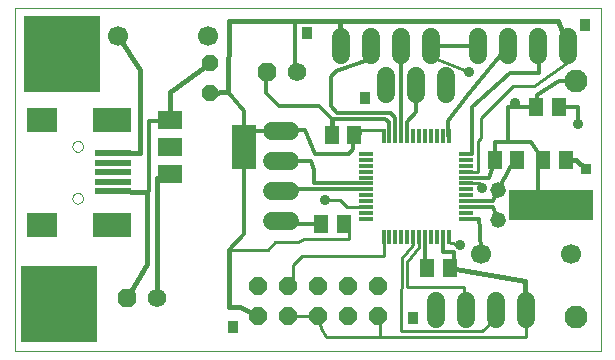
<source format=gtl>
G75*
%MOIN*%
%OFA0B0*%
%FSLAX24Y24*%
%IPPOS*%
%LPD*%
%AMOC8*
5,1,8,0,0,1.08239X$1,22.5*
%
%ADD10C,0.0000*%
%ADD11R,0.0370X0.0400*%
%ADD12R,0.2800X0.1040*%
%ADD13R,0.0140X0.0990*%
%ADD14R,0.0472X0.0118*%
%ADD15R,0.0118X0.0472*%
%ADD16C,0.0520*%
%ADD17R,0.0787X0.0591*%
%ADD18R,0.0787X0.1496*%
%ADD19R,0.0984X0.0787*%
%ADD20R,0.1299X0.0787*%
%ADD21R,0.1220X0.0197*%
%ADD22OC8,0.0600*%
%ADD23C,0.0600*%
%ADD24OC8,0.0520*%
%ADD25R,0.0512X0.0591*%
%ADD26OC8,0.0620*%
%ADD27C,0.0620*%
%ADD28C,0.0669*%
%ADD29C,0.0768*%
%ADD30C,0.0120*%
%ADD31C,0.0100*%
%ADD32C,0.0160*%
%ADD33C,0.0356*%
%ADD34R,0.0356X0.0356*%
%ADD35R,0.2540X0.2540*%
D10*
X000352Y000270D02*
X000352Y011716D01*
X019882Y011716D01*
X019882Y000270D01*
X000352Y000270D01*
X002275Y005374D02*
X002277Y005400D01*
X002283Y005426D01*
X002293Y005451D01*
X002306Y005474D01*
X002322Y005494D01*
X002342Y005512D01*
X002364Y005527D01*
X002387Y005539D01*
X002413Y005547D01*
X002439Y005551D01*
X002465Y005551D01*
X002491Y005547D01*
X002517Y005539D01*
X002541Y005527D01*
X002562Y005512D01*
X002582Y005494D01*
X002598Y005474D01*
X002611Y005451D01*
X002621Y005426D01*
X002627Y005400D01*
X002629Y005374D01*
X002627Y005348D01*
X002621Y005322D01*
X002611Y005297D01*
X002598Y005274D01*
X002582Y005254D01*
X002562Y005236D01*
X002540Y005221D01*
X002517Y005209D01*
X002491Y005201D01*
X002465Y005197D01*
X002439Y005197D01*
X002413Y005201D01*
X002387Y005209D01*
X002363Y005221D01*
X002342Y005236D01*
X002322Y005254D01*
X002306Y005274D01*
X002293Y005297D01*
X002283Y005322D01*
X002277Y005348D01*
X002275Y005374D01*
X002275Y007106D02*
X002277Y007132D01*
X002283Y007158D01*
X002293Y007183D01*
X002306Y007206D01*
X002322Y007226D01*
X002342Y007244D01*
X002364Y007259D01*
X002387Y007271D01*
X002413Y007279D01*
X002439Y007283D01*
X002465Y007283D01*
X002491Y007279D01*
X002517Y007271D01*
X002541Y007259D01*
X002562Y007244D01*
X002582Y007226D01*
X002598Y007206D01*
X002611Y007183D01*
X002621Y007158D01*
X002627Y007132D01*
X002629Y007106D01*
X002627Y007080D01*
X002621Y007054D01*
X002611Y007029D01*
X002598Y007006D01*
X002582Y006986D01*
X002562Y006968D01*
X002540Y006953D01*
X002517Y006941D01*
X002491Y006933D01*
X002465Y006929D01*
X002439Y006929D01*
X002413Y006933D01*
X002387Y006941D01*
X002363Y006953D01*
X002342Y006968D01*
X002322Y006986D01*
X002306Y007006D01*
X002293Y007029D01*
X002283Y007054D01*
X002277Y007080D01*
X002275Y007106D01*
D11*
X010097Y010880D03*
X012017Y008720D03*
X019367Y011140D03*
X013627Y001370D03*
X007637Y001090D03*
D12*
X018242Y005160D03*
D13*
X017802Y005995D03*
D14*
X015405Y006065D03*
X015405Y006262D03*
X015405Y006459D03*
X015405Y006656D03*
X015405Y006853D03*
X015405Y005868D03*
X015405Y005672D03*
X015405Y005475D03*
X015405Y005278D03*
X015405Y005081D03*
X015405Y004884D03*
X015405Y004687D03*
X012059Y004687D03*
X012059Y004884D03*
X012059Y005081D03*
X012059Y005278D03*
X012059Y005475D03*
X012059Y005672D03*
X012059Y005868D03*
X012059Y006065D03*
X012059Y006262D03*
X012059Y006459D03*
X012059Y006656D03*
X012059Y006853D03*
D15*
X012649Y007443D03*
X012846Y007443D03*
X013043Y007443D03*
X013240Y007443D03*
X013437Y007443D03*
X013633Y007443D03*
X013830Y007443D03*
X014027Y007443D03*
X014224Y007443D03*
X014421Y007443D03*
X014618Y007443D03*
X014814Y007443D03*
X014814Y004097D03*
X014618Y004097D03*
X014421Y004097D03*
X014224Y004097D03*
X014027Y004097D03*
X013830Y004097D03*
X013633Y004097D03*
X013437Y004097D03*
X013240Y004097D03*
X013043Y004097D03*
X012846Y004097D03*
X012649Y004097D03*
D16*
X016472Y004660D03*
X016472Y005660D03*
D17*
X005532Y006174D03*
X005532Y007080D03*
X005532Y007986D03*
D18*
X008012Y007080D03*
D19*
X001271Y007992D03*
X001271Y004488D03*
D20*
X003594Y004488D03*
X003594Y007992D03*
D21*
X003633Y006870D03*
X003633Y006555D03*
X003633Y006240D03*
X003633Y005925D03*
X003633Y005610D03*
D22*
X008467Y002450D03*
X009467Y002450D03*
X010467Y002450D03*
X011467Y002450D03*
X012467Y002450D03*
X012467Y001450D03*
X011467Y001450D03*
X010467Y001450D03*
X009467Y001450D03*
X008467Y001450D03*
D23*
X014392Y001350D02*
X014392Y001950D01*
X015392Y001950D02*
X015392Y001350D01*
X016392Y001350D02*
X016392Y001950D01*
X017392Y001950D02*
X017392Y001350D01*
X009532Y004630D02*
X008932Y004630D01*
X008932Y005630D02*
X009532Y005630D01*
X009532Y006630D02*
X008932Y006630D01*
X008932Y007630D02*
X009532Y007630D01*
X012722Y008840D02*
X012722Y009440D01*
X013722Y009440D02*
X013722Y008840D01*
X014722Y008840D02*
X014722Y009440D01*
X014232Y010150D02*
X014232Y010750D01*
X013232Y010750D02*
X013232Y010150D01*
X012232Y010150D02*
X012232Y010750D01*
X011232Y010750D02*
X011232Y010150D01*
X015812Y010150D02*
X015812Y010750D01*
X016812Y010750D02*
X016812Y010150D01*
X017812Y010150D02*
X017812Y010750D01*
X018812Y010750D02*
X018812Y010150D01*
D24*
X006872Y009890D03*
X006872Y008890D03*
D25*
X010928Y007470D03*
X011676Y007470D03*
X016348Y006650D03*
X017096Y006650D03*
X017968Y006650D03*
X018716Y006650D03*
X018486Y008410D03*
X017738Y008410D03*
X011326Y004530D03*
X010578Y004530D03*
X014108Y003050D03*
X014856Y003050D03*
D26*
X004082Y002060D03*
X008752Y009600D03*
D27*
X009752Y009600D03*
X005082Y002060D03*
D28*
X015882Y003520D03*
X018882Y003520D03*
X006802Y010780D03*
X003802Y010780D03*
D29*
X019062Y009289D03*
X019062Y001415D03*
D30*
X014992Y003080D02*
X014992Y003575D01*
X014618Y003575D01*
X014618Y004097D01*
X014027Y004097D02*
X014022Y002987D01*
X014108Y003050D01*
X014856Y003050D02*
X014992Y003080D01*
X015882Y003520D02*
X015872Y004340D01*
X015842Y004680D01*
X015405Y004680D01*
X015405Y004687D01*
X015405Y005081D02*
X016282Y005081D01*
X016472Y004660D01*
X016312Y005280D02*
X015405Y005270D01*
X015405Y005278D01*
X016312Y005280D02*
X016472Y005660D01*
X016886Y006445D01*
X017096Y006650D01*
X016348Y006650D02*
X016348Y007260D01*
X016812Y007260D01*
X016812Y008410D01*
X017032Y008410D01*
X017032Y008550D01*
X017032Y008410D02*
X017738Y008410D01*
X017762Y008434D01*
X017762Y008830D01*
X018490Y009289D01*
X019062Y009289D01*
X017832Y009550D02*
X016852Y009550D01*
X015602Y008430D01*
X015605Y006850D01*
X015405Y006853D01*
X016348Y006650D02*
X016178Y006065D01*
X015405Y006065D01*
X016812Y007260D02*
X017572Y007260D01*
X017968Y006650D01*
X019132Y007850D02*
X019132Y008410D01*
X018486Y008410D01*
X017832Y009550D02*
X017822Y010030D01*
X017812Y010450D01*
X016812Y010450D02*
X015424Y008770D01*
X014812Y007950D01*
X014812Y007443D01*
X014814Y007443D01*
X013722Y008260D02*
X013437Y007925D01*
X013437Y007443D01*
X013242Y007443D02*
X013240Y007443D01*
X013240Y010450D01*
X013232Y010450D01*
X014232Y010450D02*
X015812Y010450D01*
X013722Y009140D02*
X013722Y008260D01*
X013043Y008060D02*
X013043Y007443D01*
X012846Y007443D02*
X012846Y007906D01*
X012692Y008030D01*
X010942Y008030D01*
X010512Y008460D01*
X009152Y008460D01*
X008742Y008870D01*
X008742Y009600D01*
X008752Y009600D01*
X009692Y009600D02*
X009692Y011270D01*
X011062Y009620D02*
X012222Y010030D01*
X012232Y010450D01*
X011062Y009620D02*
X010892Y009420D01*
X010892Y008440D01*
X011102Y008220D01*
X012882Y008220D01*
X013043Y008060D01*
X012649Y007505D02*
X012649Y007443D01*
X011676Y007470D02*
X011636Y007470D01*
X011636Y007005D01*
X011492Y006860D01*
X010352Y006860D01*
X010022Y007640D01*
X009312Y007640D01*
X009232Y007630D02*
X008001Y007616D01*
X008001Y008300D01*
X007472Y008920D01*
X005532Y007986D02*
X005486Y007940D01*
X004832Y007940D01*
X004822Y007930D01*
X004822Y005630D01*
X004772Y005580D01*
X007492Y003660D02*
X008012Y004180D01*
X008012Y007080D01*
X009232Y006630D02*
X010242Y006630D01*
X010342Y006320D01*
X010342Y005868D01*
X012059Y005868D01*
X012059Y005672D02*
X008892Y005672D01*
X009232Y005630D01*
X009232Y004630D02*
X009332Y004530D01*
X010578Y004530D01*
X009752Y009600D02*
X009692Y009600D01*
D31*
X010922Y008020D02*
X010942Y008030D01*
X010967Y008035D01*
X011676Y007470D02*
X011852Y007530D01*
X011852Y007660D01*
X012652Y007660D01*
X012649Y007443D01*
X011852Y007660D02*
X011822Y007660D01*
X015405Y006262D02*
X015812Y006262D01*
X015812Y007270D01*
X015912Y007390D01*
X015912Y008060D01*
X016962Y009110D01*
X017672Y009110D01*
X018792Y009920D01*
X018812Y010450D01*
X015492Y009600D02*
X014252Y010090D01*
X014222Y010090D01*
X014222Y010490D01*
X014232Y010450D01*
X016192Y006685D02*
X016348Y006650D01*
X015842Y005870D02*
X015792Y005870D01*
X015842Y005868D01*
X015405Y005868D01*
X015842Y005870D02*
X015922Y005710D01*
X014814Y004097D02*
X014812Y003917D01*
X015192Y003810D01*
X013837Y003765D02*
X013827Y004083D01*
X013830Y004097D01*
X013633Y004097D02*
X013633Y003820D01*
X013612Y003770D01*
X013252Y003390D01*
X013252Y002420D01*
X013217Y002330D01*
X013217Y000935D01*
X015942Y000935D01*
X016392Y001385D01*
X016392Y001650D01*
X017392Y001650D02*
X017392Y000760D01*
X012542Y000760D01*
X010742Y000760D01*
X010557Y001045D01*
X010467Y001450D01*
X009467Y001450D01*
X009467Y002450D02*
X009632Y002615D01*
X009632Y003140D01*
X009932Y003440D01*
X012662Y003440D01*
X012662Y004097D01*
X012649Y004097D01*
X011512Y004020D02*
X010002Y004010D01*
X009792Y003910D01*
X009042Y003910D01*
X008792Y003660D01*
X007492Y003660D01*
X010692Y005310D02*
X011192Y005310D01*
X011421Y005081D01*
X012059Y005081D01*
X011502Y004620D02*
X011512Y004020D01*
X011326Y004530D02*
X011502Y004620D01*
X013442Y003250D02*
X013837Y003765D01*
X013442Y003250D02*
X013442Y002420D01*
X015192Y002430D01*
X015317Y002425D01*
X015317Y001725D01*
X015392Y001650D01*
X012542Y001605D02*
X012542Y000760D01*
X012467Y001450D02*
X012542Y001605D01*
D32*
X014856Y003050D02*
X014859Y003047D01*
X017375Y002617D01*
X017392Y001650D01*
X008467Y001450D02*
X007872Y001750D01*
X007492Y001750D01*
X007492Y003660D01*
X004772Y003170D02*
X004082Y002060D01*
X005082Y002060D02*
X005092Y006050D01*
X005532Y006174D01*
X004772Y005590D02*
X004772Y005580D01*
X004772Y003170D01*
X004772Y005590D02*
X003633Y005610D01*
X003633Y006870D02*
X004542Y006890D01*
X004542Y009660D01*
X003802Y010780D01*
X005532Y008930D02*
X006872Y009890D01*
X006872Y008890D02*
X007472Y008920D01*
X007482Y011270D01*
X008942Y011271D01*
X009232Y011270D01*
X009692Y011270D01*
X011192Y011270D01*
X011212Y010460D01*
X011232Y010450D01*
X011192Y011270D02*
X018452Y011270D01*
X018812Y010450D01*
X019062Y006660D02*
X018716Y006650D01*
X019062Y006660D02*
X019382Y006340D01*
X010928Y007470D02*
X010922Y007530D01*
X010922Y008020D01*
X009312Y007640D02*
X009232Y007630D01*
X005532Y007986D02*
X005532Y008930D01*
D33*
X010692Y005310D03*
X015192Y003810D03*
X015922Y005710D03*
X019132Y007850D03*
X017032Y008550D03*
X015492Y009600D03*
D34*
X019382Y006340D03*
D35*
X001922Y010200D03*
X001832Y001840D03*
M02*

</source>
